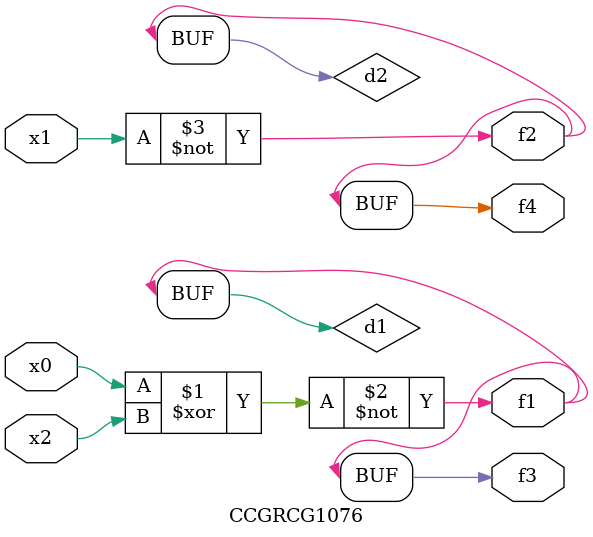
<source format=v>
module CCGRCG1076(
	input x0, x1, x2,
	output f1, f2, f3, f4
);

	wire d1, d2, d3;

	xnor (d1, x0, x2);
	nand (d2, x1);
	nor (d3, x1, x2);
	assign f1 = d1;
	assign f2 = d2;
	assign f3 = d1;
	assign f4 = d2;
endmodule

</source>
